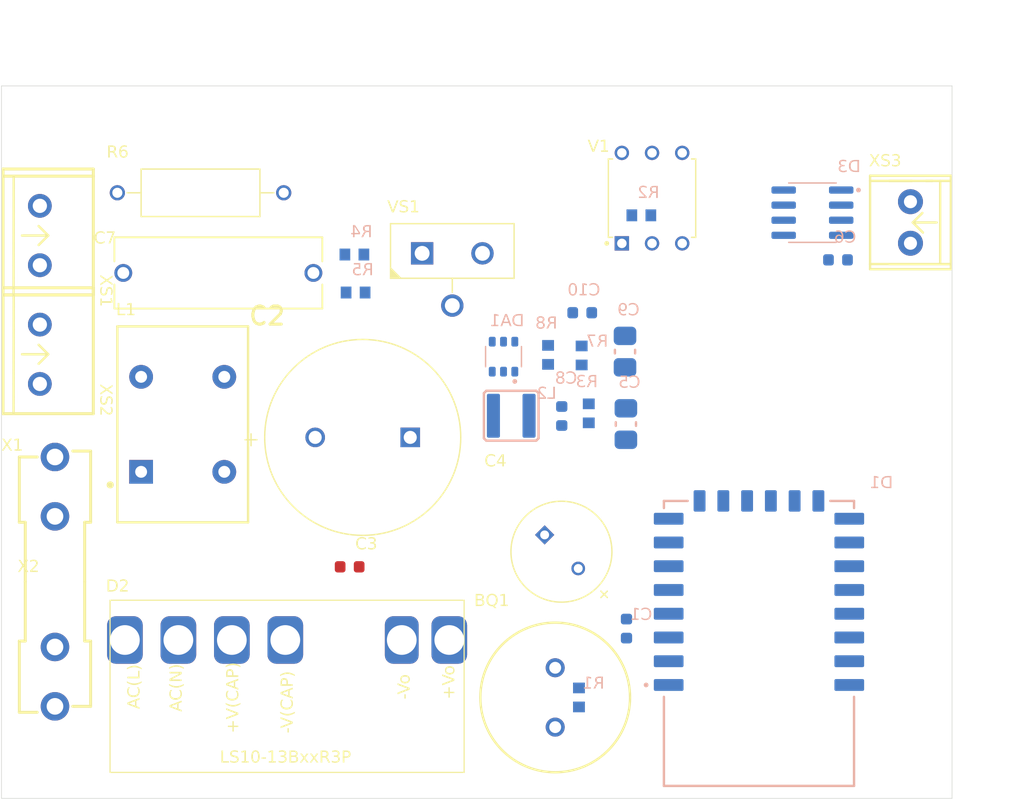
<source format=kicad_pcb>
(kicad_pcb (version 20240108) (generator "pcbnew") (generator_version "8.0")
  (layers (0 "F.Cu" signal "Top Layer") (31 "B.Cu" signal "Bottom Layer") (34 "B.Paste" user "Bottom Paste") (35 "F.Paste" user "Top Paste") (36 "B.SilkS" user "Bottom Overlay") (37 "F.SilkS" user "Top Overlay") (38 "B.Mask" user "Bottom Solder") (39 "F.Mask" user "Top Solder") (44 "Edge.Cuts" user))
  (net 0 "")
  (net 1 "NetL1_1")
  (net 2 "TC-")
  (net 3 "TC+")
  (net 4 "SPI_MISO")
  (net 5 "SPI_CS")
  (net 6 "SPI_CLK")
  (net 7 "SCR")
  (net 8 "Neutral")
  (net 9 "NetR5_2")
  (net 10 "NetR5_1")
  (net 11 "NetR4_2")
  (net 12 "NetR2_2")
  (net 13 "NetD2_2")
  (net 14 "NetD2_1")
  (net 15 "NetC7_2")
  (net 16 "NetC2_2")
  (net 17 "NetC2_1")
  (net 18 "Line")
  (net 19 "GND")
  (net 20 "DC_SW")
  (net 21 "DC_FB")
  (net 22 "DC_EN")
  (net 23 "DC_BOOT")
  (net 24 "BUZZER")
  (net 25 "15V")
  (net 26 "+3V3")
  (footprint "D__Github_Circuit_Craft_Altium_Lib__PcbLib_Axial TH_MF-05W_RESAD1400W60L1000D500.PcbLib:MF-05W_RESAD1400W60L1000D500" (layer "F.Cu") (at 125.2511 84.0036)
    (property "Reference" "R6" (at -7.9108 -2.7972 0) (layer "F.SilkS") (effects (font (thickness 0.254)) (justify left bottom)))
    (property "Value" "100" (hide yes))
    (fp_line (start -6.18 0) (end -5 0) (stroke (width 0.12)) (layer "F.SilkS"))
    (fp_line (start -5 -2) (end 5 -2) (stroke (width 0.12)) (layer "F.SilkS"))
    (fp_line (start -5 2) (end -5 -2) (stroke (width 0.12)) (layer "F.SilkS"))
    (fp_line (start -5 2) (end 5 2) (stroke (width 0.12)) (layer "F.SilkS"))
    (fp_line (start 5 0) (end 6.18 0) (stroke (width 0.12)) (layer "F.SilkS"))
    (fp_line (start 5 2) (end 5 -2) (stroke (width 0.12)) (layer "F.SilkS"))
    (pad "1" thru_hole circle (at -7 0) (size 1.28 1.28) (drill 0.85) (layers "*.Cu" "*.Mask") (net 10 "NetR5_1"))
    (pad "2" thru_hole circle (at 7 0) (size 1.28 1.28) (drill 0.85) (layers "*.Cu" "*.Mask") (net 15 "NetC7_2"))
  )
  (footprint "D__Github_Circuit_Craft_Altium_Lib__PcbLib_Radial Dipped Rectangular TH_CAPRR1600W70L1750T600H1200.PcbLib:CAPRR1600W70L1750T600H1200" (layer "F.Cu") (at 126.7511 90.7536)
    (property "Reference" "C7" (at -10.4776 -2.3082 0) (layer "F.SilkS") (effects (font (thickness 0.254)) (justify left bottom)))
    (property "Value" "100nF" (hide yes))
    (fp_line (start -8.75 -3) (end 8.75 -3) (stroke (width 0.15)) (layer "F.SilkS"))
    (fp_line (start -8.75 -0.975) (end -8.75 -3) (stroke (width 0.15)) (layer "F.SilkS"))
    (fp_line (start -8.75 3) (end -8.75 0.975) (stroke (width 0.15)) (layer "F.SilkS"))
    (fp_line (start -8.75 3) (end 8.75 3) (stroke (width 0.15)) (layer "F.SilkS"))
    (fp_line (start 8.75 -0.975) (end 8.75 -3) (stroke (width 0.15)) (layer "F.SilkS"))
    (fp_line (start 8.75 3) (end 8.75 0.975) (stroke (width 0.15)) (layer "F.SilkS"))
    (pad "1" thru_hole circle (at -8 0) (size 1.5 1.5) (drill 1) (layers "*.Cu" "*.Mask") (net 18 "Line"))
    (pad "2" thru_hole circle (at 8 0) (size 1.5 1.5) (drill 1) (layers "*.Cu" "*.Mask") (net 15 "NetC7_2"))
  )
  (footprint "D__Github_Circuit_Craft_Altium_Lib__PcbLib_Connectors_Screw Terminal_DG301-5.0-02P.PcbLib:DG301-5.0-02P" (layer "F.Cu") (at 112.42799 87.60361 -90)
    (property "Reference" "XS1" (at 3.28341 -4.22515 -90) (layer "F.SilkS") (effects (font (thickness 0.254)) (justify left bottom)))
    (property "Value" "DG301-5.0-02P-14-00A(H)" (hide yes))
    (fp_line (start -5.59999 3.79989) (end -5.6 -3.8) (stroke (width 0.254)) (layer "F.SilkS"))
    (fp_line (start -4.99999 3.79989) (end -4.99999 -3.8001) (stroke (width 0.254)) (layer "F.SilkS"))
    (fp_line (start 4.99999 3.79989) (end -5.59999 3.79989) (stroke (width 0.254)) (layer "F.SilkS"))
    (fp_line (start 4.99999 3.79989) (end 4.99999 -3.8001) (stroke (width 0.254)) (layer "F.SilkS"))
    (fp_line (start 4.99998 2.91209) (end -5 2.9) (stroke (width 0.2)) (layer "F.SilkS"))
    (fp_line (start 0 2.2) (end 0 0) (stroke (width 0.2)) (layer "F.SilkS"))
    (fp_line (start -0.80001 0.8) (end 0 0) (stroke (width 0.2)) (layer "F.SilkS"))
    (fp_line (start 0.8 0.8) (end 0 0) (stroke (width 0.2)) (layer "F.SilkS"))
    (fp_line (start 4.99999 -3.8) (end -5.6 -3.8) (stroke (width 0.254)) (layer "F.SilkS"))
    (pad "1" thru_hole circle (at -2.5 0.6999 270) (size 2 2) (drill 1.2) (layers "*.Cu" "*.Mask") (net 18 "Line"))
    (pad "2" thru_hole circle (at 2.49999 0.6999 270) (size 2 2) (drill 1.2) (layers "*.Cu" "*.Mask") (net 8 "Neutral"))
  )
  (footprint "" (layer "F.Cu") (at 111.5011 78.0036)
    (property "Reference" "" (at 0 0 0) (layer "F.SilkS") (effects (font (size 1.27 1.27))))
    (property "Value" "")
    (pad "" np_thru_hole circle (at 0 0) (size 3 3) (drill 3) (layers "F&B.Cu" "*.Mask"))
  )
  (footprint "" (layer "F.Cu") (at 111.5011 132.00361)
    (property "Reference" "" (at 0 0 0) (layer "F.SilkS") (effects (font (size 1.27 1.27))))
    (property "Value" "")
    (pad "" np_thru_hole circle (at 0 0) (size 3 3) (drill 3) (layers "F&B.Cu" "*.Mask"))
  )
  (footprint "" (layer "F.Cu") (at 185.5011 132.0036)
    (property "Reference" "" (at 0 0 0) (layer "F.SilkS") (effects (font (size 1.27 1.27))))
    (property "Value" "")
    (pad "" np_thru_hole circle (at 0 0) (size 3 3) (drill 3) (layers "F&B.Cu" "*.Mask"))
  )
  (footprint "D__Github_Circuit_Craft_Altium_Lib__PcbLib_Modules_DCDC_LS10-13BxxR3P.PcbLib:LS10-13BxxR3P_LUT" (layer "F.Cu") (at 132.3011 126.0036)
    (property "Reference" "D2" (at -15.0116 -8.2466 0) (layer "F.SilkS") (effects (font (thickness 0.254)) (justify left bottom)))
    (property "Value" "LS10-13B15R3P" (hide yes))
    (fp_line (start -14.66491 -7.6879) (end 15.13509 -7.6879) (stroke (width 0.1016)) (layer "F.SilkS"))
    (fp_line (start -14.66491 6.8121) (end -14.66491 -7.6879) (stroke (width 0.1016)) (layer "F.SilkS"))
    (fp_line (start -14.66491 6.8121) (end 15.13509 6.8121) (stroke (width 0.1016)) (layer "F.SilkS"))
    (fp_line (start 15.13509 6.8121) (end 15.13509 -7.6879) (stroke (width 0.1016)) (layer "F.SilkS"))
    (fp_text user "-Vo" (at 10.71818 0.66721 90) (layer "F.SilkS") (effects (justify left bottom)))
    (fp_text user "AC(L)" (at -12.01644 1.48374 90) (layer "F.SilkS") (effects (justify left bottom)))
    (fp_text user "+V(CAP)" (at -3.7033 3.51978 90) (layer "F.SilkS") (effects (justify left bottom)))
    (fp_text user "AC(N)" (at -8.46859 1.70911 90) (layer "F.SilkS") (effects (justify left bottom)))
    (fp_text user "LS10-13BxxR3P" (at -5.42866 6.1581 0) (layer "F.SilkS") (effects (justify left bottom)))
    (fp_text user "+Vo" (at 14.47897 0.66721 90) (layer "F.SilkS") (effects (justify left bottom)))
    (fp_text user "-V(CAP)" (at 0.8775 3.51977 90) (layer "F.SilkS") (effects (justify left bottom)))
    (pad "1" thru_hole roundrect (at -13.41491 -4.3379) (size 3 4) (drill oval 2.5) (layers "*.Cu" "*.Mask") (net 14 "NetD2_1"))
    (pad "2" thru_hole roundrect (at -8.91491 -4.3379) (size 3 4) (drill oval 2.5) (layers "*.Cu" "*.Mask") (net 13 "NetD2_2"))
    (pad "3" thru_hole roundrect (at -4.41491 -4.3379) (size 3 4) (drill oval 2.5) (layers "*.Cu" "*.Mask") (net 16 "NetC2_2"))
    (pad "4" thru_hole roundrect (at 0.08509 -4.3379) (size 3 4) (drill oval 2.5) (layers "*.Cu" "*.Mask") (net 17 "NetC2_1"))
    (pad "5" thru_hole roundrect (at 9.88509 -4.3379) (size 2.84 4) (drill oval 2.5) (layers "*.Cu" "*.Mask") (net 19 "GND"))
    (pad "6" thru_hole roundrect (at 13.88509 -4.3379) (size 3 4) (drill oval 2.5) (layers "*.Cu" "*.Mask") (net 25 "15V"))
  )
  (footprint "" (layer "F.Cu") (at 185.5011 78.0036)
    (property "Reference" "" (at 0 0 0) (layer "F.SilkS") (effects (font (size 1.27 1.27))))
    (property "Value" "")
    (pad "" np_thru_hole circle (at 0 0) (size 3 3) (drill 3) (layers "F&B.Cu" "*.Mask"))
  )
  (footprint "D__Github_Circuit_Craft_Altium_Lib__PcbLib_DIP_DIP-6_DIP762W50P254L735H400Q6.PcbLib:DIP-6_DIP762W50P254L735H400Q6" (layer "F.Cu") (at 163.2511 84.4536)
    (property "Reference" "V1" (at -5.4232 -3.7298 0) (layer "F.SilkS") (effects (font (thickness 0.254)) (justify left bottom)))
    (property "Value" "MOC3063" (hide yes))
    (fp_line (start -3.675 -3.3) (end -3.325 -3.3) (stroke (width 0.12)) (layer "F.SilkS"))
    (fp_line (start -3.675 3.3) (end -3.675 -3.3) (stroke (width 0.12)) (layer "F.SilkS"))
    (fp_line (start -3.675 3.3) (end -3.325 3.3) (stroke (width 0.12)) (layer "F.SilkS"))
    (fp_line (start 3.325 -3.3) (end 3.675 -3.3) (stroke (width 0.12)) (layer "F.SilkS"))
    (fp_line (start 3.325 3.3) (end 3.675 3.3) (stroke (width 0.12)) (layer "F.SilkS"))
    (fp_line (start 3.675 3.3) (end 3.675 -3.3) (stroke (width 0.12)) (layer "F.SilkS"))
    (fp_circle (center -3.81 3.81) (end -3.81 3.71) (stroke (width 0.2)) (fill none) (layer "F.SilkS"))
    (pad "1" thru_hole rect (at -2.54 3.81 270) (size 1.21 1.21) (drill 0.8) (layers "*.Cu" "*.Mask") (net 12 "NetR2_2"))
    (pad "2" thru_hole circle (at 0 3.81) (size 1.21 1.21) (drill 0.8) (layers "*.Cu" "*.Mask") (net 19 "GND"))
    (pad "3" thru_hole circle (at 2.54 3.81) (size 1.21 1.21) (drill 0.8) (layers "*.Cu" "*.Mask"))
    (pad "4" thru_hole circle (at 2.54 -3.81) (size 1.21 1.21) (drill 0.8) (layers "*.Cu" "*.Mask") (net 9 "NetR5_2"))
    (pad "5" thru_hole circle (at 0 -3.81) (size 1.21 1.21) (drill 0.8) (layers "*.Cu" "*.Mask"))
    (pad "6" thru_hole circle (at -2.54 -3.81) (size 1.21 1.21) (drill 0.8) (layers "*.Cu" "*.Mask") (net 11 "NetR4_2"))
  )
  (footprint "D__Github_Circuit_Craft_Altium_Lib__PcbLib_Connectors_Fuse_Fuse clip 5x20.PcbLib:Fuse clip 5x20" (layer "F.Cu") (at 113.0011 106.2536 -90)
    (property "Reference" "X1" (at -0.3584 4.5254 0) (layer "F.SilkS") (effects (font (thickness 0.254)) (justify left bottom)))
    (property "Value" "Fuse_clip_5x20" (hide yes))
    (fp_line (start 0 3) (end 0 1.5) (stroke (width 0.25)) (layer "F.SilkS"))
    (fp_line (start 5.5 3) (end 0 3) (stroke (width 0.25)) (layer "F.SilkS"))
    (fp_line (start 5.5 3) (end 5.5 2.5) (stroke (width 0.25)) (layer "F.SilkS"))
    (fp_line (start 10.5 2.5) (end 5.5 2.5) (stroke (width 0.25)) (layer "F.SilkS"))
    (fp_line (start -0.5 -1.5) (end -0.5 -3) (stroke (width 0.25)) (layer "F.SilkS"))
    (fp_line (start 5.5 -2.5) (end 5.5 -3) (stroke (width 0.25)) (layer "F.SilkS"))
    (fp_line (start 10.5 -2.5) (end 5.5 -2.5) (stroke (width 0.25)) (layer "F.SilkS"))
    (fp_line (start 5.5 -3) (end -0.5 -3) (stroke (width 0.25)) (layer "F.SilkS"))
    (pad "1" thru_hole circle (at 0 0 270) (size 2.4 2.4) (drill 1.4) (layers "*.Cu" "*.Mask") (net 18 "Line"))
    (pad "1" thru_hole circle (at 5 0 270) (size 2.4 2.4) (drill 1.4) (layers "*.Cu" "*.Mask") (net 18 "Line"))
  )
  (footprint "D__Github_Circuit_Craft_Altium_Lib__PcbLib_Connectors_Screw Terminal_KLS2-350-3.50-02P-4S.PcbLib:KLS2-350-3.50-02P-4S" (layer "F.Cu") (at 185.0011 86.5036 90)
    (property "Reference" "XS3" (at 4.5606 -3.5004 0) (layer "F.SilkS") (effects (font (thickness 0.254)) (justify left bottom)))
    (property "Value" "KLS2-350-3.50-02P-4S" (hide yes))
    (fp_line (start 3.937 -3.4) (end 3.937 3.4) (stroke (width 0.2)) (layer "F.SilkS"))
    (fp_line (start 3.5 -3.4) (end 3.5 3.4) (stroke (width 0.2)) (layer "F.SilkS"))
    (fp_line (start -3.50001 -3.4) (end -3.50001 3.39583) (stroke (width 0.2)) (layer "F.SilkS"))
    (fp_line (start -3.937 -3.4) (end 3.937 -3.4) (stroke (width 0.2)) (layer "F.SilkS"))
    (fp_line (start -3.937 -3.4) (end -3.937 3.4) (stroke (width 0.2)) (layer "F.SilkS"))
    (fp_line (start 3.5 -1.7932) (end 3.5 0.125) (stroke (width 0.2)) (layer "F.SilkS"))
    (fp_line (start -3.50001 -1.7932) (end -3.50001 2.5) (stroke (width 0.2)) (layer "F.SilkS"))
    (fp_line (start -3.50001 -0.00417) (end -3.50001 3.39583) (stroke (width 0.2)) (layer "F.SilkS"))
    (fp_line (start 0 0.2) (end 0.8 1) (stroke (width 0.2)) (layer "F.SilkS"))
    (fp_line (start 0 0.2) (end -0.85 1.05) (stroke (width 0.2)) (layer "F.SilkS"))
    (fp_line (start 0 0.2) (end 0 2.2) (stroke (width 0.2)) (layer "F.SilkS"))
    (fp_line (start 3.5 1.29687) (end 3.5 1.8405) (stroke (width 0.2)) (layer "F.SilkS"))
    (fp_line (start -3.50001 2.5) (end 3.5 2.5) (stroke (width 0.2)) (layer "F.SilkS"))
    (fp_line (start -3.937 3.4) (end 3.937 3.4) (stroke (width 0.2)) (layer "F.SilkS"))
    (pad "1" thru_hole circle (at -1.75 0 90) (size 2.1 2.1) (drill 1.1) (layers "*.Cu" "*.Mask") (net 3 "TC+"))
    (pad "2" thru_hole circle (at 1.75 0 90) (size 2.1 2.1) (drill 1.1) (layers "*.Cu" "*.Mask") (net 2 "TC-"))
  )
  (footprint "D__Github_Circuit_Craft_Altium_Lib__PcbLib_Connectors_Screw Terminal_DG301-5.0-02P.PcbLib:DG301-5.0-02P" (layer "F.Cu") (at 112.42799 97.6036 -90)
    (property "Reference" "XS2" (at 2.48712 -4.22515 -90) (layer "F.SilkS") (effects (font (thickness 0.254)) (justify left bottom)))
    (property "Value" "DG301-5.0-02P-14-00A(H)" (hide yes))
    (fp_line (start -5.59999 3.79989) (end -5.6 -3.8) (stroke (width 0.254)) (layer "F.SilkS"))
    (fp_line (start -4.99999 3.79989) (end -4.99999 -3.8001) (stroke (width 0.254)) (layer "F.SilkS"))
    (fp_line (start 4.99999 3.79989) (end -5.59999 3.79989) (stroke (width 0.254)) (layer "F.SilkS"))
    (fp_line (start 4.99999 3.79989) (end 4.99999 -3.8001) (stroke (width 0.254)) (layer "F.SilkS"))
    (fp_line (start 4.99999 2.91209) (end -5 2.9) (stroke (width 0.2)) (layer "F.SilkS"))
    (fp_line (start 0 2.2) (end 0 0) (stroke (width 0.2)) (layer "F.SilkS"))
    (fp_line (start -0.8 0.8) (end 0 0) (stroke (width 0.2)) (layer "F.SilkS"))
    (fp_line (start 0.8 0.8) (end 0 0) (stroke (width 0.2)) (layer "F.SilkS"))
    (fp_line (start 4.99999 -3.8) (end -5.6 -3.8) (stroke (width 0.254)) (layer "F.SilkS"))
    (pad "1" thru_hole circle (at -2.49999 0.6999 270) (size 2 2) (drill 1.2) (layers "*.Cu" "*.Mask") (net 8 "Neutral"))
    (pad "2" thru_hole circle (at 2.5 0.6999 270) (size 2 2) (drill 1.2) (layers "*.Cu" "*.Mask") (net 10 "NetR5_1"))
  )
  (footprint "D__Github_Circuit_Craft_Altium_Lib__PcbLib_Radial TH_CAPPRD400W50D850H1350.PcbLib:CAPPRD400W50D850H1350" (layer "F.Cu") (at 155.6261 114.2286 -45)
    (property "Reference" "C4" (at -9.544244 -0.37307 0) (layer "F.SilkS") (effects (font (thickness 0.254)) (justify left bottom)))
    (property "Value" "220uF" (hide yes))
    (fp_line (start 4.699007 0) (end 5.461 0) (stroke (width 0.12)) (layer "F.SilkS"))
    (fp_line (start 5.080004 0.380996) (end 5.080004 -0.380996) (stroke (width 0.12)) (layer "F.SilkS"))
    (fp_circle (center 0 0) (end -3.005204 -3.005204) (stroke (width 0.12)) (fill none) (layer "F.SilkS"))
    (pad "1" thru_hole rect (at -1.999995 0 45) (size 1.15 1.15) (drill 0.75) (layers "*.Cu" "*.Mask") (net 19 "GND"))
    (pad "2" thru_hole circle (at 2.000002 -0.000007 315) (size 1.15 1.15) (drill 0.75) (layers "*.Cu" "*.Mask") (net 25 "15V"))
  )
  (footprint "D__Github_Circuit_Craft_Altium_Lib__PcbLib_Wirewound_UU9LF.PcbLib:UU9LF" (layer "F.Cu") (at 123.7511 103.5036 180)
    (property "Reference" "L1" (at 5.60922 9.02413 0) (layer "F.SilkS") (effects (font (thickness 0.254)) (justify left bottom)))
    (property "Value" "UU9LFNP-B-B102" (hide yes))
    (fp_line (start 5.5 8.25) (end -5.5 8.25) (stroke (width 0.2)) (layer "F.SilkS"))
    (fp_line (start 5.5 -8.25) (end 5.5 8.25) (stroke (width 0.2)) (layer "F.SilkS"))
    (fp_line (start 5.5 -8.25) (end -5.5 -8.25) (stroke (width 0.2)) (layer "F.SilkS"))
    (fp_line (start -5.5 -8.25) (end -5.5 8.25) (stroke (width 0.2)) (layer "F.SilkS"))
    (fp_circle (center 6.09999 -5.1) (end 6.09999 -4.95) (stroke (width 0.3)) (fill none) (layer "F.SilkS"))
    (pad "1" thru_hole rect (at 3.5 -4 180) (size 2 2) (drill 1) (layers "*.Cu" "*.Mask") (net 1 "NetL1_1"))
    (pad "2" thru_hole circle (at -3.5 -4 180) (size 2 2) (drill 1) (layers "*.Cu" "*.Mask") (net 14 "NetD2_1"))
    (pad "3" thru_hole circle (at -3.5 4 180) (size 2 2) (drill 1) (layers "*.Cu" "*.Mask") (net 13 "NetD2_2"))
    (pad "4" thru_hole circle (at 3.5 4 180) (size 2 2) (drill 1) (layers "*.Cu" "*.Mask") (net 8 "Neutral"))
  )
  (footprint "D__Github_Circuit_Craft_Altium_Lib__PcbLib_Radial TH_R_D12p6_H6p9_S5_d0p5.PcbLib:R_D12p6_H6p9_S5_d0p5" (layer "F.Cu") (at 155.1011 126.5036 90)
    (property "Reference" "BQ1" (at 7.5274 -6.8236 0) (layer "F.SilkS") (effects (font (thickness 0.254)) (justify left bottom)))
    (property "Value" "PKM13EPY-4000" (hide yes))
    (fp_circle (center 0 0) (end 6.3 0) (stroke (width 0.2)) (fill none) (layer "F.SilkS"))
    (pad "1" thru_hole circle (at -2.5 0 90) (size 1.6 1.6) (drill 1) (layers "*.Cu" "*.Mask") (net 26 "+3V3"))
    (pad "2" thru_hole circle (at 2.5 0 90) (size 1.6 1.6) (drill 1) (layers "*.Cu" "*.Mask") (net 24 "BUZZER"))
  )
  (footprint "D__Github_Circuit_Craft_Altium_Lib__PcbLib_TO_TO-220C_TO254_440P1040X460X2000-3.PcbLib:TO-220C_TO254_440P1040X460X2000-3" (layer "F.Cu") (at 143.9011 89.10359)
    (property "Reference" "VS1" (at -2.9388 -3.28419 0) (layer "F.SilkS") (effects (font (thickness 0.254)) (justify left bottom)))
    (property "Value" "BT136-600Е" (hide yes))
    (fp_line (start -2.66 -2.5) (end 7.74 -2.5) (stroke (width 0.12)) (layer "F.SilkS"))
    (fp_line (start -2.66 2.10001) (end -2.66 -2.5) (stroke (width 0.12)) (layer "F.SilkS"))
    (fp_line (start -2.66 2.10001) (end 7.74 2.10001) (stroke (width 0.12)) (layer "F.SilkS"))
    (fp_line (start 2.54 3.28001) (end 2.54 2.10001) (stroke (width 0.12)) (layer "F.SilkS"))
    (fp_line (start 7.74 2.10001) (end 7.74 -2.5) (stroke (width 0.12)) (layer "F.SilkS"))
    (fp_poly (pts (xy -2.667 1.143) (xy -1.71 2.10001) (xy -2.66 2.10001)) (fill solid) (layer "F.SilkS"))
    (pad "1" thru_hole rect (at 0 0 90) (size 1.88 1.88) (drill 1.25) (layers "*.Cu" "*.Mask") (net 10 "NetR5_1"))
    (pad "2" thru_hole circle (at 2.54 4.4) (size 1.88 1.88) (drill 1.25) (layers "*.Cu" "*.Mask") (net 18 "Line"))
    (pad "3" thru_hole circle (at 5.08 0) (size 1.88 1.88) (drill 1.25) (layers "*.Cu" "*.Mask") (net 9 "NetR5_2"))
  )
  (footprint "D__Github_Circuit_Craft_Altium_Lib__PcbLib_Radial TH_CAPPRD800W80D1650H2200.PcbLib:CAPPRD800W80D1650H2200" (layer "F.Cu") (at 138.9011 104.6036 180)
    (property "Reference" "C2" (at 9.7054 9.3392 0) (layer "F.SilkS") (effects (font (size 1.524 1.524) (thickness 0.254)) (justify left bottom)))
    (property "Value" "33uF" (hide yes))
    (fp_line (start 9.9 -0.2) (end 8.9 -0.2) (stroke (width 0.12)) (layer "F.SilkS"))
    (fp_line (start 9.4 -0.7) (end 9.4 0.3) (stroke (width 0.12)) (layer "F.SilkS"))
    (fp_circle (center 0 0) (end 0 8.25) (stroke (width 0.12)) (fill none) (layer "F.SilkS"))
    (pad "1" thru_hole rect (at -4 0 270) (size 1.65 1.65) (drill 1.1) (layers "*.Cu" "*.Mask") (net 17 "NetC2_1"))
    (pad "2" thru_hole circle (at 4 0 180) (size 1.65 1.65) (drill 1.1) (layers "*.Cu" "*.Mask") (net 16 "NetC2_2"))
  )
  (footprint "D__Github_Circuit_Craft_Altium_Lib_PcbLib_Chip_Capasitors_CAPC1608X09N.PcbLib:CAPC1608X09N" (layer "F.Cu") (at 137.8011 115.5036)
    (property "Reference" "C3" (at 0.4688 -1.3026 0) (layer "F.SilkS") (effects (font (thickness 0.254)) (justify left bottom)))
    (property "Value" "0.1uF" (hide yes))
    (pad "1" smd roundrect (at -0.8 0 90) (size 0.95 0.9) (layers "F.Cu" "F.Paste" "F.Mask") (net 17 "NetC2_1"))
    (pad "2" smd roundrect (at 0.8 0 90) (size 0.95 0.9) (layers "F.Cu" "F.Paste" "F.Mask") (net 19 "GND"))
  )
  (footprint "D__Github_Circuit_Craft_Altium_Lib__PcbLib_Connectors_Fuse_Fuse clip 5x20.PcbLib:Fuse clip 5x20" (layer "F.Cu") (at 113.0011 127.2536 90)
    (property "Reference" "X2" (at 11.1476 -3.1538 0) (layer "F.SilkS") (effects (font (thickness 0.254)) (justify left bottom)))
    (property "Value" "Fuse_clip_5x20" (hide yes))
    (fp_line (start 5.5 -3) (end 5.5 -2.5) (stroke (width 0.25)) (layer "F.SilkS"))
    (fp_line (start -0.5 -3) (end 5.5 -3) (stroke (width 0.25)) (layer "F.SilkS"))
    (fp_line (start -0.5 -3) (end -0.5 -1.5) (stroke (width 0.25)) (layer "F.SilkS"))
    (fp_line (start 5.5 -2.5) (end 10.5 -2.5) (stroke (width 0.25)) (layer "F.SilkS"))
    (fp_line (start 0 1.5) (end 0 3) (stroke (width 0.25)) (layer "F.SilkS"))
    (fp_line (start 5.5 2.5) (end 10.5 2.5) (stroke (width 0.25)) (layer "F.SilkS"))
    (fp_line (start 5.5 2.5) (end 5.5 3) (stroke (width 0.25)) (layer "F.SilkS"))
    (fp_line (start 0 3) (end 5.5 3) (stroke (width 0.25)) (layer "F.SilkS"))
    (pad "1" thru_hole circle (at 0 0 90) (size 2.4 2.4) (drill 1.4) (layers "*.Cu" "*.Mask") (net 1 "NetL1_1"))
    (pad "1" thru_hole circle (at 5 0 90) (size 2.4 2.4) (drill 1.4) (layers "*.Cu" "*.Mask") (net 1 "NetL1_1"))
  )
  (footprint "D__Github_Circuit_Craft_Altium_Lib_PcbLib_Chip_Capasitors_CAPC1608X09N.PcbLib:CAPC1608X09N" (layer "B.Cu") (at 155.6511 102.8036 -90)
    (property "Reference" "C8" (at -2.56121 -1.30005 0) (layer "B.SilkS") (effects (font (thickness 0.254)) (justify left bottom mirror)))
    (property "Value" "0.1uF" (hide yes))
    (pad "1" smd roundrect (at -0.8 0 180) (size 0.95 0.9) (layers "B.Cu" "B.Paste" "B.Mask") (net 23 "DC_BOOT"))
    (pad "2" smd roundrect (at 0.8 0 180) (size 0.95 0.9) (layers "B.Cu" "B.Paste" "B.Mask") (net 20 "DC_SW"))
  )
  (footprint "D__Github_Circuit_Craft_Altium_Lib_PcbLib_Chip_Resistors_RESC1608X55N.PcbLib:RESC1608X55N" (layer "B.Cu") (at 138.3011 92.4036 180)
    (property "Reference" "R5" (at -1.5182 1.2912 0) (layer "B.SilkS") (effects (font (thickness 0.254)) (justify left bottom mirror)))
    (property "Value" "1K" (hide yes))
    (pad "1" smd rect (at -0.8 0 180) (size 0.9 1) (layers "B.Cu" "B.Paste" "B.Mask") (net 10 "NetR5_1"))
    (pad "2" smd rect (at 0.8 0 180) (size 0.9 1) (layers "B.Cu" "B.Paste" "B.Mask") (net 9 "NetR5_2"))
  )
  (footprint "D__Github_Circuit_Craft_Altium_Lib_PcbLib_Chip_Capasitors_CAPC1608X09N.PcbLib:CAPC1608X09N" (layer "B.Cu") (at 161.1011 120.7036 90)
    (property "Reference" "C1" (at 0.559 2.1624 0) (layer "B.SilkS") (effects (font (thickness 0.254)) (justify left bottom mirror)))
    (property "Value" "0.1uF" (hide yes))
    (pad "1" smd roundrect (at -0.8 0) (size 0.95 0.9) (layers "B.Cu" "B.Paste" "B.Mask") (net 26 "+3V3"))
    (pad "2" smd roundrect (at 0.8 0) (size 0.95 0.9) (layers "B.Cu" "B.Paste" "B.Mask") (net 19 "GND"))
  )
  (footprint "D__Github_Circuit_Craft_Altium_Lib_PcbLib_Chip_Capasitors_CAPC3216X19N.PcbLib:CAPC3216X19N" (layer "B.Cu") (at 161.0511 103.4786 90)
    (property "Reference" "C5" (at 2.892 1.2218 0) (layer "B.SilkS") (effects (font (thickness 0.254)) (justify left bottom mirror)))
    (property "Value" "4.7uF" (hide yes))
    (fp_line (start -0.15 -0.85) (end 0.15 -0.85) (stroke (width 0.2)) (layer "B.SilkS"))
    (fp_line (start -0.15 0.85) (end 0.15 0.85) (stroke (width 0.2)) (layer "B.SilkS"))
    (pad "1" smd roundrect (at -1.325 0) (size 1.9 1.55) (layers "B.Cu" "B.Paste" "B.Mask") (net 25 "15V"))
    (pad "2" smd roundrect (at 1.325 0) (size 1.9 1.55) (layers "B.Cu" "B.Paste" "B.Mask") (net 19 "GND"))
  )
  (footprint "D__Github_Circuit_Craft_Altium_Lib_PcbLib_Chip_Capasitors_CAPC1608X09N.PcbLib:CAPC1608X09N" (layer "B.Cu") (at 178.9011 89.6536 180)
    (property "Reference" "C6" (at -1.5328 1.2844 0) (layer "B.SilkS") (effects (font (thickness 0.254)) (justify left bottom mirror)))
    (property "Value" "0.1uF" (hide yes))
    (pad "1" smd roundrect (at -0.8 0 90) (size 0.95 0.9) (layers "B.Cu" "B.Paste" "B.Mask") (net 26 "+3V3"))
    (pad "2" smd roundrect (at 0.8 0 90) (size 0.95 0.9) (layers "B.Cu" "B.Paste" "B.Mask") (net 19 "GND"))
  )
  (footprint "D__Github_Circuit_Craft_Altium_Lib__PcbLib_Modules_RF_ESP-12F.PcbLib:ESP-12F" (layer "B.Cu") (at 172.2511 121.9536)
    (property "Reference" "D1" (at 11.2816 -12.908 0) (layer "B.SilkS") (effects (font (thickness 0.254)) (justify left bottom mirror)))
    (property "Value" "ESP-12F" (hide yes))
    (fp_line (start -8 -12) (end -6 -12) (stroke (width 0.2)) (layer "B.SilkS"))
    (fp_line (start -8 -11.4) (end -8 -12) (stroke (width 0.2)) (layer "B.SilkS"))
    (fp_line (start -8 12) (end -8 4.5) (stroke (width 0.2)) (layer "B.SilkS"))
    (fp_line (start -8 12) (end 8 12) (stroke (width 0.2)) (layer "B.SilkS"))
    (fp_line (start 6 -12) (end 8 -12) (stroke (width 0.2)) (layer "B.SilkS"))
    (fp_line (start 8 -11.4) (end 8 -12) (stroke (width 0.2)) (layer "B.SilkS"))
    (fp_line (start 8 12) (end 8 4.5) (stroke (width 0.2)) (layer "B.SilkS"))
    (fp_circle (center -9.5 3.5) (end -9.5 3.4) (stroke (width 0.2)) (fill none) (layer "B.SilkS"))
    (pad "1" smd roundrect (at -7.6 3.5) (size 2.5 1) (layers "B.Cu" "B.Paste" "B.Mask") (roundrect_rratio 0.125))
    (pad "2" smd roundrect (at -7.6 1.5) (size 2.5 1) (layers "B.Cu" "B.Paste" "B.Mask") (roundrect_rratio 0.125))
    (pad "3" smd roundrect (at -7.6 -0.5) (size 2.5 1) (layers "B.Cu" "B.Paste" "B.Mask") (roundrect_rratio 0.125) (net 26 "+3V3"))
    (pad "4" smd roundrect (at -7.6 -2.5) (size 2.5 1) (layers "B.Cu" "B.Paste" "B.Mask") (roundrect_rratio 0.125))
    (pad "5" smd roundrect (at -7.6 -4.5) (size 2.5 1) (layers "B.Cu" "B.Paste" "B.Mask") (roundrect_rratio 0.125))
    (pad "6" smd roundrect (at -7.6 -6.5) (size 2.5 1) (layers "B.Cu" "B.Paste" "B.Mask") (roundrect_rratio 0.125) (net 24 "BUZZER"))
    (pad "7" smd roundrect (at -7.6 -8.5) (size 2.5 1) (layers "B.Cu" "B.Paste" "B.Mask") (roundrect_rratio 0.125))
    (pad "8" smd roundrect (at -7.6 -10.5) (size 2.5 1) (layers "B.Cu" "B.Paste" "B.Mask") (roundrect_rratio 0.125) (net 26 "+3V3"))
    (pad "9" smd roundrect (at -5 -12 270) (size 1.8 1) (layers "B.Cu" "B.Paste" "B.Mask") (roundrect_rratio 0.125))
    (pad "10" smd roundrect (at -3 -12 270) (size 1.8 1) (layers "B.Cu" "B.Paste" "B.Mask") (roundrect_rratio 0.125))
    (pad "11" smd roundrect (at -1 -12 270) (size 1.8 1) (layers "B.Cu" "B.Paste" "B.Mask") (roundrect_rratio 0.125))
    (pad "12" smd roundrect (at 1 -12 270) (size 1.8 1) (layers "B.Cu" "B.Paste" "B.Mask") (roundrect_rratio 0.125))
    (pad "13" smd roundrect (at 3 -12 270) (size 1.8 1) (layers "B.Cu" "B.Paste" "B.Mask") (roundrect_rratio 0.125))
    (pad "14" smd roundrect (at 5 -12 270) (size 1.8 1) (layers "B.Cu" "B.Paste" "B.Mask") (roundrect_rratio 0.125))
    (pad "15" smd roundrect (at 7.6 -10.5) (size 2.5 1) (layers "B.Cu" "B.Paste" "B.Mask") (roundrect_rratio 0.125) (net 19 "GND"))
    (pad "16" smd roundrect (at 7.6 -8.5) (size 2.5 1) (layers "B.Cu" "B.Paste" "B.Mask") (roundrect_rratio 0.125))
    (pad "17" smd roundrect (at 7.6 -6.5) (size 2.5 1) (layers "B.Cu" "B.Paste" "B.Mask") (roundrect_rratio 0.125) (net 6 "SPI_CLK"))
    (pad "18" smd roundrect (at 7.6 -4.5) (size 2.5 1) (layers "B.Cu" "B.Paste" "B.Mask") (roundrect_rratio 0.125) (net 7 "SCR"))
    (pad "19" smd roundrect (at 7.6 -2.5) (size 2.5 1) (layers "B.Cu" "B.Paste" "B.Mask") (roundrect_rratio 0.125) (net 4 "SPI_MISO"))
    (pad "20" smd roundrect (at 7.6 -0.5) (size 2.5 1) (layers "B.Cu" "B.Paste" "B.Mask") (roundrect_rratio 0.125) (net 5 "SPI_CS"))
    (pad "21" smd roundrect (at 7.6 1.5) (size 2.5 1) (layers "B.Cu" "B.Paste" "B.Mask") (roundrect_rratio 0.125))
    (pad "22" smd roundrect (at 7.6 3.5) (size 2.5 1) (layers "B.Cu" "B.Paste" "B.Mask") (roundrect_rratio 0.125))
  )
  (footprint "D__Github_Circuit_Craft_Altium_Lib_PcbLib_Chip_Resistors_RESC1608X55N.PcbLib:RESC1608X55N" (layer "B.Cu") (at 157.9261 102.5786 -90)
    (property "Reference" "R3" (at -2.0428 -0.7654 0) (layer "B.SilkS") (effects (font (thickness 0.254)) (justify left bottom mirror)))
    (property "Value" "180k" (hide yes))
    (pad "1" smd rect (at -0.8 0 270) (size 0.9 1) (layers "B.Cu" "B.Paste" "B.Mask") (net 22 "DC_EN"))
    (pad "2" smd rect (at 0.8 0 270) (size 0.9 1) (layers "B.Cu" "B.Paste" "B.Mask") (net 25 "15V"))
  )
  (footprint "D__Github_Circuit_Craft_Altium_Lib_PcbLib_Chip_Capasitors_CAPC3216X19N.PcbLib:CAPC3216X19N" (layer "B.Cu") (at 160.9761 97.3786 90)
    (property "Reference" "C9" (at 2.888 1.2206 0) (layer "B.SilkS") (effects (font (thickness 0.254)) (justify left bottom mirror)))
    (property "Value" "22uF" (hide yes))
    (fp_line (start -0.15 -0.85) (end 0.15 -0.85) (stroke (width 0.2)) (layer "B.SilkS"))
    (fp_line (start -0.15 0.85) (end 0.15 0.85) (stroke (width 0.2)) (layer "B.SilkS"))
    (pad "1" smd roundrect (at -1.325 0) (size 1.9 1.55) (layers "B.Cu" "B.Paste" "B.Mask") (net 26 "+3V3"))
    (pad "2" smd roundrect (at 1.325 0) (size 1.9 1.55) (layers "B.Cu" "B.Paste" "B.Mask") (net 19 "GND"))
  )
  (footprint "D__Github_Circuit_Craft_Altium_Lib_PcbLib_Chip_Resistors_RESC1608X55N.PcbLib:RESC1608X55N" (layer "B.Cu") (at 154.5011 97.6536 90)
    (property "Reference" "R8" (at 2.0454 0.7868 0) (layer "B.SilkS") (effects (font (thickness 0.254)) (justify left bottom mirror)))
    (property "Value" "10k" (hide yes))
    (pad "1" smd rect (at -0.8 0 90) (size 0.9 1) (layers "B.Cu" "B.Paste" "B.Mask") (net 21 "DC_FB"))
    (pad "2" smd rect (at 0.8 0 90) (size 0.9 1) (layers "B.Cu" "B.Paste" "B.Mask") (net 26 "+3V3"))
  )
  (footprint "D__Github_Circuit_Craft_Altium_Lib__PcbLib_SOT_SOT23-6P95_280X90L45X42N.PcbLib:SOT23-6P95_280X90L45X42N" (layer "B.Cu") (at 150.7511 97.8036 180)
    (property "Reference" "DA1" (at -1.7428 2.3986 0) (layer "B.SilkS") (effects (font (thickness 0.254)) (justify left bottom mirror)))
    (property "Value" "WD1502F-6/TR" (hide yes))
    (fp_line (start 1.51 -0.85) (end 1.51 0.85) (stroke (width 0.12)) (layer "B.SilkS"))
    (fp_line (start -1.51 -0.85) (end -1.51 0.85) (stroke (width 0.12)) (layer "B.SilkS"))
    (fp_circle (center -0.95 -2.085) (end -0.95 -1.985) (stroke (width 0.2)) (fill none) (layer "B.SilkS"))
    (pad "1" smd roundrect (at -0.95 -1.262 270) (size 0.825 0.58) (layers "B.Cu" "B.Paste" "B.Mask") (net 19 "GND"))
    (pad "2" smd roundrect (at 0 -1.262 270) (size 0.825 0.58) (layers "B.Cu" "B.Paste" "B.Mask") (net 20 "DC_SW"))
    (pad "3" smd roundrect (at 0.95 -1.262 270) (size 0.825 0.58) (layers "B.Cu" "B.Paste" "B.Mask") (net 25 "15V"))
    (pad "4" smd roundrect (at 0.95 1.262 90) (size 0.825 0.58) (layers "B.Cu" "B.Paste" "B.Mask") (net 21 "DC_FB"))
    (pad "5" smd roundrect (at 0 1.262 90) (size 0.825 0.58) (layers "B.Cu" "B.Paste" "B.Mask") (net 22 "DC_EN"))
    (pad "6" smd roundrect (at -0.95 1.262 90) (size 0.825 0.58) (layers "B.Cu" "B.Paste" "B.Mask") (net 23 "DC_BOOT"))
  )
  (footprint "D__Github_Circuit_Craft_Altium_Lib_PcbLib_Chip_Resistors_RESC1608X55N.PcbLib:RESC1608X55N" (layer "B.Cu") (at 138.2011 89.2036 180)
    (property "Reference" "R4" (at -1.5166 1.2916 0) (layer "B.SilkS") (effects (font (thickness 0.254)) (justify left bottom mirror)))
    (property "Value" "1K" (hide yes))
    (pad "1" smd rect (at -0.8 0 180) (size 0.9 1) (layers "B.Cu" "B.Paste" "B.Mask") (net 18 "Line"))
    (pad "2" smd rect (at 0.8 0 180) (size 0.9 1) (layers "B.Cu" "B.Paste" "B.Mask") (net 11 "NetR4_2"))
  )
  (footprint "D__Github_Circuit_Craft_Altium_Lib_PcbLib_Chip_Resistors_RESC1608X55N.PcbLib:RESC1608X55N" (layer "B.Cu") (at 157.1011 126.5036 -90)
    (property "Reference" "R1" (at -0.5678 -2.1492 0) (layer "B.SilkS") (effects (font (thickness 0.254)) (justify left bottom mirror)))
    (property "Value" "1K" (hide yes))
    (pad "1" smd rect (at -0.8 0 270) (size 0.9 1) (layers "B.Cu" "B.Paste" "B.Mask") (net 24 "BUZZER"))
    (pad "2" smd rect (at 0.8 0 270) (size 0.9 1) (layers "B.Cu" "B.Paste" "B.Mask") (net 26 "+3V3"))
  )
  (footprint "D__Github_Circuit_Craft_Altium_Lib__PcbLib_SOIC_SOIC8P127_490X600X175L83X42N.PcbLib:SOIC8P127_490X600X175L83X42N" (layer "B.Cu") (at 176.7511 85.6786 -90)
    (property "Reference" "D3" (at -3.253 -4.0638 0) (layer "B.SilkS") (effects (font (thickness 0.254)) (justify left bottom mirror)))
    (property "Value" "MAX6675ISA" (hide yes))
    (fp_line (start -2.5 2) (end -2.5 -2) (stroke (width 0.12)) (layer "B.SilkS"))
    (fp_line (start 2.5 2) (end 2.5 -2) (stroke (width 0.12)) (layer "B.SilkS"))
    (fp_circle (center -1.905 -3.875) (end -2.005 -3.875) (stroke (width 0.2)) (fill none) (layer "B.SilkS"))
    (pad "1" smd roundrect (at -1.905 -2.421) (size 2.058 0.61) (layers "B.Cu" "B.Paste" "B.Mask") (net 19 "GND"))
    (pad "2" smd roundrect (at -0.635 -2.421) (size 2.058 0.61) (layers "B.Cu" "B.Paste" "B.Mask") (net 2 "TC-"))
    (pad "3" smd roundrect (at 0.635 -2.421) (size 2.058 0.61) (layers "B.Cu" "B.Paste" "B.Mask") (net 3 "TC+"))
    (pad "4" smd roundrect (at 1.905 -2.421) (size 2.058 0.61) (layers "B.Cu" "B.Paste" "B.Mask") (net 26 "+3V3"))
    (pad "5" smd roundrect (at 1.905 2.421 180) (size 2.058 0.61) (layers "B.Cu" "B.Paste" "B.Mask") (net 6 "SPI_CLK"))
    (pad "6" smd roundrect (at 0.635 2.421 180) (size 2.058 0.61) (layers "B.Cu" "B.Paste" "B.Mask") (net 5 "SPI_CS"))
    (pad "7" smd roundrect (at -0.635 2.421 180) (size 2.058 0.61) (layers "B.Cu" "B.Paste" "B.Mask") (net 4 "SPI_MISO"))
    (pad "8" smd roundrect (at -1.905 2.421 180) (size 2.058 0.61) (layers "B.Cu" "B.Paste" "B.Mask"))
  )
  (footprint "D__Github_Circuit_Craft_Altium_Lib_PcbLib_Chip_Capasitors_CAPC1608X09N.PcbLib:CAPC1608X09N" (layer "B.Cu") (at 157.3761 94.1036 180)
    (property "Reference" "C10" (at -1.5186 1.2894 0) (layer "B.SilkS") (effects (font (thickness 0.254)) (justify left bottom mirror)))
    (property "Value" "0.1uF" (hide yes))
    (pad "1" smd roundrect (at -0.8 0 90) (size 0.95 0.9) (layers "B.Cu" "B.Paste" "B.Mask") (net 26 "+3V3"))
    (pad "2" smd roundrect (at 0.8 0 90) (size 0.95 0.9) (layers "B.Cu" "B.Paste" "B.Mask") (net 19 "GND"))
  )
  (footprint "D__Github_Circuit_Craft_Altium_Lib_PcbLib_Chip_Resistors_RESC1608X55N.PcbLib:RESC1608X55N" (layer "B.Cu") (at 157.3261 97.7036 -90)
    (property "Reference" "R7" (at -0.5714 -2.229 0) (layer "B.SilkS") (effects (font (thickness 0.254)) (justify left bottom mirror)))
    (property "Value" "2.2k" (hide yes))
    (pad "1" smd rect (at -0.8 0 270) (size 0.9 1) (layers "B.Cu" "B.Paste" "B.Mask") (net 19 "GND"))
    (pad "2" smd rect (at 0.8 0 270) (size 0.9 1) (layers "B.Cu" "B.Paste" "B.Mask") (net 21 "DC_FB"))
  )
  (footprint "D__Github_Circuit_Craft_Altium_Lib_PcbLib_Wirewound_INDP400L400WX180_N.PcbLib:INDP400L400WX180_N" (layer "B.Cu") (at 151.4011 102.7786 180)
    (property "Reference" "L2" (at -3.8106 1.2522 0) (layer "B.SilkS") (effects (font (thickness 0.254)) (justify left bottom mirror)))
    (property "Value" "1.5uH" (hide yes))
    (fp_line (start 2.3 1.9) (end 2.1 2.1) (stroke (width 0.2)) (layer "B.SilkS"))
    (fp_line (start 2.3 -1.9) (end 2.3 1.9) (stroke (width 0.2)) (layer "B.SilkS"))
    (fp_line (start 2.3 -1.9) (end 2.1 -2.1) (stroke (width 0.2)) (layer "B.SilkS"))
    (fp_line (start 2.1 2.1) (end -2.1 2.1) (stroke (width 0.2)) (layer "B.SilkS"))
    (fp_line (start 2.1 -2.1) (end -2.1 -2.1) (stroke (width 0.2)) (layer "B.SilkS"))
    (fp_line (start -2.1 2.1) (end -2.3 1.9) (stroke (width 0.2)) (layer "B.SilkS"))
    (fp_line (start -2.1 -2.1) (end -2.3 -1.9) (stroke (width 0.2)) (layer "B.SilkS"))
    (fp_line (start -2.3 -1.9) (end -2.3 1.9) (stroke (width 0.2)) (layer "B.SilkS"))
    (pad "1" smd roundrect (at -1.5 0 180) (size 1.1 3.7) (layers "B.Cu" "B.Paste" "B.Mask") (roundrect_rratio 0.125) (net 20 "DC_SW"))
    (pad "2" smd roundrect (at 1.5 0 180) (size 1.1 3.7) (layers "B.Cu" "B.Paste" "B.Mask") (roundrect_rratio 0.125) (net 26 "+3V3"))
  )
  (footprint "D__Github_Circuit_Craft_Altium_Lib_PcbLib_Chip_Resistors_RESC1608X55N.PcbLib:RESC1608X55N" (layer "B.Cu") (at 162.3511 85.9036 180)
    (property "Reference" "R2" (at -1.522 1.2936 0) (layer "B.SilkS") (effects (font (thickness 0.254)) (justify left bottom mirror)))
    (property "Value" "220" (hide yes))
    (pad "1" smd rect (at -0.8 0 180) (size 0.9 1) (layers "B.Cu" "B.Paste" "B.Mask") (net 7 "SCR"))
    (pad "2" smd rect (at 0.8 0 180) (size 0.9 1) (layers "B.Cu" "B.Paste" "B.Mask") (net 12 "NetR2_2"))
  )
  (gr_line (start 108.5011 135.0036) (end 108.5011 75.0036) (stroke (width 0.05)) (layer "Edge.Cuts"))
  (gr_line (start 188.5011 135.0036) (end 108.5011 135.0036) (stroke (width 0.05)) (layer "Edge.Cuts"))
  (gr_line (start 188.5011 75.0036) (end 188.5011 135.0036) (stroke (width 0.05)) (layer "Edge.Cuts"))
  (gr_line (start 108.5011 75.0036) (end 188.5011 75.0036) (stroke (width 0.05)) (layer "Edge.Cuts"))
)
</source>
